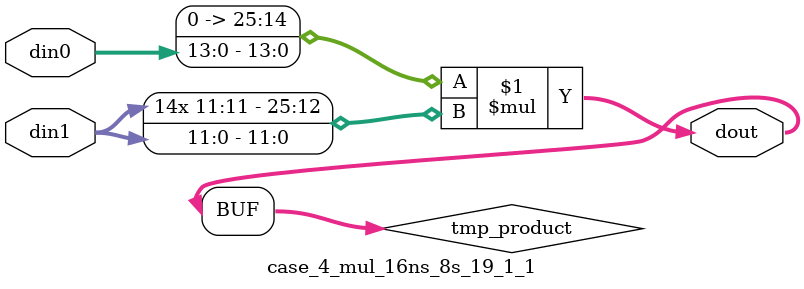
<source format=v>

`timescale 1 ns / 1 ps

 (* use_dsp = "no" *)  module case_4_mul_16ns_8s_19_1_1(din0, din1, dout);
parameter ID = 1;
parameter NUM_STAGE = 0;
parameter din0_WIDTH = 14;
parameter din1_WIDTH = 12;
parameter dout_WIDTH = 26;

input [din0_WIDTH - 1 : 0] din0; 
input [din1_WIDTH - 1 : 0] din1; 
output [dout_WIDTH - 1 : 0] dout;

wire signed [dout_WIDTH - 1 : 0] tmp_product;

























assign tmp_product = $signed({1'b0, din0}) * $signed(din1);










assign dout = tmp_product;





















endmodule

</source>
